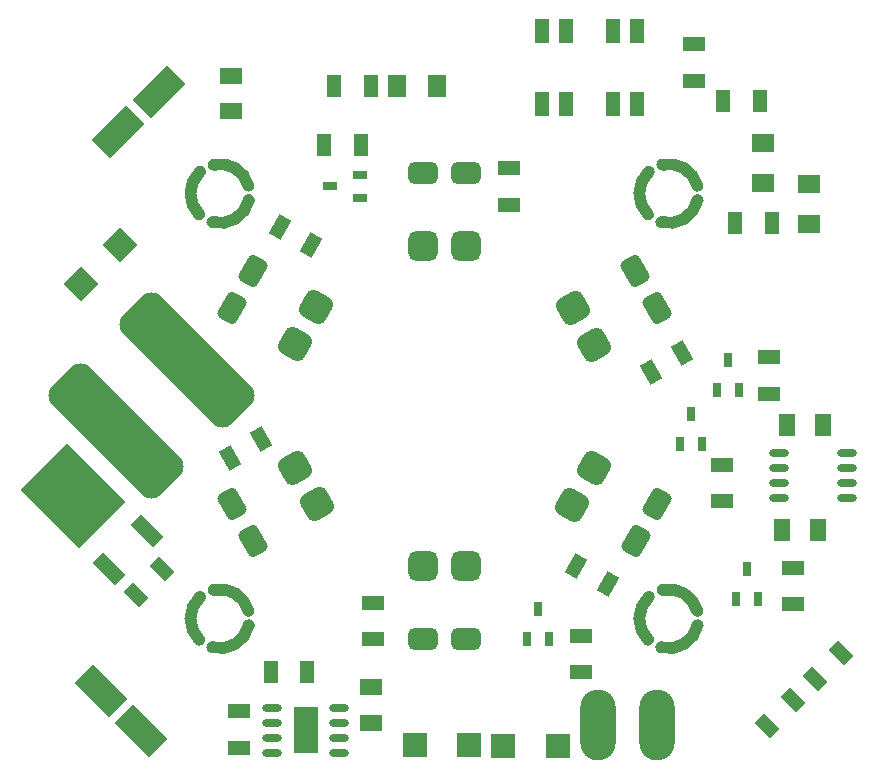
<source format=gbp>
G04*
G04 #@! TF.GenerationSoftware,Altium Limited,Altium Designer,19.1.9 (167)*
G04*
G04 Layer_Color=128*
%FSLAX44Y44*%
%MOMM*%
G71*
G01*
G75*
%ADD16R,1.1500X1.8500*%
%ADD18R,1.1500X0.7500*%
%ADD19R,1.8500X1.1500*%
%ADD20R,1.3500X1.9500*%
%ADD24R,0.7500X1.1500*%
%ADD25R,1.5500X1.8500*%
%ADD47C,1.0000*%
G04:AMPARAMS|DCode=59|XSize=2.2mm|YSize=4.15mm|CornerRadius=0mm|HoleSize=0mm|Usage=FLASHONLY|Rotation=45.000|XOffset=0mm|YOffset=0mm|HoleType=Round|Shape=Rectangle|*
%AMROTATEDRECTD59*
4,1,4,0.6894,-2.2451,-2.2451,0.6894,-0.6894,2.2451,2.2451,-0.6894,0.6894,-2.2451,0.0*
%
%ADD59ROTATEDRECTD59*%

G04:AMPARAMS|DCode=60|XSize=2.2mm|YSize=4.15mm|CornerRadius=0mm|HoleSize=0mm|Usage=FLASHONLY|Rotation=315.000|XOffset=0mm|YOffset=0mm|HoleType=Round|Shape=Rectangle|*
%AMROTATEDRECTD60*
4,1,4,-2.2451,-0.6894,0.6894,2.2451,2.2451,0.6894,-0.6894,-2.2451,-2.2451,-0.6894,0.0*
%
%ADD60ROTATEDRECTD60*%

G04:AMPARAMS|DCode=61|XSize=1.25mm|YSize=2.75mm|CornerRadius=0mm|HoleSize=0mm|Usage=FLASHONLY|Rotation=45.000|XOffset=0mm|YOffset=0mm|HoleType=Round|Shape=Rectangle|*
%AMROTATEDRECTD61*
4,1,4,0.5303,-1.4142,-1.4142,0.5303,-0.5303,1.4142,1.4142,-0.5303,0.5303,-1.4142,0.0*
%
%ADD61ROTATEDRECTD61*%

G04:AMPARAMS|DCode=62|XSize=5.55mm|YSize=7mm|CornerRadius=0mm|HoleSize=0mm|Usage=FLASHONLY|Rotation=45.000|XOffset=0mm|YOffset=0mm|HoleType=Round|Shape=Rectangle|*
%AMROTATEDRECTD62*
4,1,4,0.5127,-4.4371,-4.4371,0.5127,-0.5127,4.4371,4.4371,-0.5127,0.5127,-4.4371,0.0*
%
%ADD62ROTATEDRECTD62*%

%ADD63R,1.8500X1.5500*%
%ADD64R,1.2000X2.0000*%
%ADD65R,1.9500X1.3500*%
G04:AMPARAMS|DCode=66|XSize=2.5mm|YSize=1.8mm|CornerRadius=0.45mm|HoleSize=0mm|Usage=FLASHONLY|Rotation=180.000|XOffset=0mm|YOffset=0mm|HoleType=Round|Shape=RoundedRectangle|*
%AMROUNDEDRECTD66*
21,1,2.5000,0.9000,0,0,180.0*
21,1,1.6000,1.8000,0,0,180.0*
1,1,0.9000,-0.8000,0.4500*
1,1,0.9000,0.8000,0.4500*
1,1,0.9000,0.8000,-0.4500*
1,1,0.9000,-0.8000,-0.4500*
%
%ADD66ROUNDEDRECTD66*%
G04:AMPARAMS|DCode=67|XSize=2.5mm|YSize=1.8mm|CornerRadius=0.45mm|HoleSize=0mm|Usage=FLASHONLY|Rotation=240.000|XOffset=0mm|YOffset=0mm|HoleType=Round|Shape=RoundedRectangle|*
%AMROUNDEDRECTD67*
21,1,2.5000,0.9000,0,0,240.0*
21,1,1.6000,1.8000,0,0,240.0*
1,1,0.9000,-0.7897,-0.4678*
1,1,0.9000,0.0103,0.9178*
1,1,0.9000,0.7897,0.4678*
1,1,0.9000,-0.0103,-0.9178*
%
%ADD67ROUNDEDRECTD67*%
G04:AMPARAMS|DCode=68|XSize=2.5mm|YSize=1.8mm|CornerRadius=0.45mm|HoleSize=0mm|Usage=FLASHONLY|Rotation=300.000|XOffset=0mm|YOffset=0mm|HoleType=Round|Shape=RoundedRectangle|*
%AMROUNDEDRECTD68*
21,1,2.5000,0.9000,0,0,300.0*
21,1,1.6000,1.8000,0,0,300.0*
1,1,0.9000,0.0103,-0.9178*
1,1,0.9000,-0.7897,0.4678*
1,1,0.9000,-0.0103,0.9178*
1,1,0.9000,0.7897,-0.4678*
%
%ADD68ROUNDEDRECTD68*%
G04:AMPARAMS|DCode=69|XSize=1.85mm|YSize=1.15mm|CornerRadius=0mm|HoleSize=0mm|Usage=FLASHONLY|Rotation=315.000|XOffset=0mm|YOffset=0mm|HoleType=Round|Shape=Rectangle|*
%AMROTATEDRECTD69*
4,1,4,-1.0607,0.2475,-0.2475,1.0607,1.0607,-0.2475,0.2475,-1.0607,-1.0607,0.2475,0.0*
%
%ADD69ROTATEDRECTD69*%

%ADD70O,1.7000X0.6000*%
%ADD71R,2.0000X4.0000*%
G04:AMPARAMS|DCode=72|XSize=4.5mm|YSize=13mm|CornerRadius=1.125mm|HoleSize=0mm|Usage=FLASHONLY|Rotation=225.000|XOffset=0mm|YOffset=0mm|HoleType=Round|Shape=RoundedRectangle|*
%AMROUNDEDRECTD72*
21,1,4.5000,10.7500,0,0,225.0*
21,1,2.2500,13.0000,0,0,225.0*
1,1,2.2500,-4.5962,3.0052*
1,1,2.2500,-3.0052,4.5962*
1,1,2.2500,4.5962,-3.0052*
1,1,2.2500,3.0052,-4.5962*
%
%ADD72ROUNDEDRECTD72*%
G04:AMPARAMS|DCode=73|XSize=2.5mm|YSize=2.5mm|CornerRadius=0.625mm|HoleSize=0mm|Usage=FLASHONLY|Rotation=300.000|XOffset=0mm|YOffset=0mm|HoleType=Round|Shape=RoundedRectangle|*
%AMROUNDEDRECTD73*
21,1,2.5000,1.2500,0,0,300.0*
21,1,1.2500,2.5000,0,0,300.0*
1,1,1.2500,-0.2288,-0.8538*
1,1,1.2500,-0.8538,0.2288*
1,1,1.2500,0.2288,0.8538*
1,1,1.2500,0.8538,-0.2288*
%
%ADD73ROUNDEDRECTD73*%
G04:AMPARAMS|DCode=74|XSize=2.5mm|YSize=2.5mm|CornerRadius=0.625mm|HoleSize=0mm|Usage=FLASHONLY|Rotation=240.000|XOffset=0mm|YOffset=0mm|HoleType=Round|Shape=RoundedRectangle|*
%AMROUNDEDRECTD74*
21,1,2.5000,1.2500,0,0,240.0*
21,1,1.2500,2.5000,0,0,240.0*
1,1,1.2500,-0.8538,-0.2288*
1,1,1.2500,-0.2288,0.8538*
1,1,1.2500,0.8538,0.2288*
1,1,1.2500,0.2288,-0.8538*
%
%ADD74ROUNDEDRECTD74*%
G04:AMPARAMS|DCode=75|XSize=2.5mm|YSize=2.5mm|CornerRadius=0.625mm|HoleSize=0mm|Usage=FLASHONLY|Rotation=180.000|XOffset=0mm|YOffset=0mm|HoleType=Round|Shape=RoundedRectangle|*
%AMROUNDEDRECTD75*
21,1,2.5000,1.2500,0,0,180.0*
21,1,1.2500,2.5000,0,0,180.0*
1,1,1.2500,-0.6250,0.6250*
1,1,1.2500,0.6250,0.6250*
1,1,1.2500,0.6250,-0.6250*
1,1,1.2500,-0.6250,-0.6250*
%
%ADD75ROUNDEDRECTD75*%
G04:AMPARAMS|DCode=76|XSize=2.15mm|YSize=2.1mm|CornerRadius=0mm|HoleSize=0mm|Usage=FLASHONLY|Rotation=315.000|XOffset=0mm|YOffset=0mm|HoleType=Round|Shape=Rectangle|*
%AMROTATEDRECTD76*
4,1,4,-1.5026,0.0177,-0.0177,1.5026,1.5026,-0.0177,0.0177,-1.5026,-1.5026,0.0177,0.0*
%
%ADD76ROTATEDRECTD76*%

%ADD77R,2.1000X2.1500*%
G04:AMPARAMS|DCode=78|XSize=1.85mm|YSize=1.15mm|CornerRadius=0mm|HoleSize=0mm|Usage=FLASHONLY|Rotation=300.000|XOffset=0mm|YOffset=0mm|HoleType=Round|Shape=Rectangle|*
%AMROTATEDRECTD78*
4,1,4,-0.9605,0.5136,0.0355,1.0886,0.9605,-0.5136,-0.0355,-1.0886,-0.9605,0.5136,0.0*
%
%ADD78ROTATEDRECTD78*%

G04:AMPARAMS|DCode=79|XSize=1.85mm|YSize=1.15mm|CornerRadius=0mm|HoleSize=0mm|Usage=FLASHONLY|Rotation=60.000|XOffset=0mm|YOffset=0mm|HoleType=Round|Shape=Rectangle|*
%AMROTATEDRECTD79*
4,1,4,0.0355,-1.0886,-0.9605,-0.5136,-0.0355,1.0886,0.9605,0.5136,0.0355,-1.0886,0.0*
%
%ADD79ROTATEDRECTD79*%

%ADD80O,3.0000X6.0000*%
D16*
X246000Y155000D02*
D03*
X277000D02*
D03*
X-116000Y-225000D02*
D03*
X-147000D02*
D03*
X-70750Y220750D02*
D03*
X-101750D02*
D03*
X-93500Y271000D02*
D03*
X-62500D02*
D03*
X267000Y258000D02*
D03*
X236000D02*
D03*
D18*
X-96750Y186000D02*
D03*
X-71250Y176500D02*
D03*
Y195500D02*
D03*
D19*
X116000Y-194500D02*
D03*
Y-225500D02*
D03*
X295500Y-167750D02*
D03*
Y-136750D02*
D03*
X-174000Y-258500D02*
D03*
Y-289500D02*
D03*
X55000Y170500D02*
D03*
Y201500D02*
D03*
X-60000Y-197500D02*
D03*
Y-166500D02*
D03*
X275000Y10500D02*
D03*
X275000Y41500D02*
D03*
X235000Y-49500D02*
D03*
Y-80500D02*
D03*
X211000Y306500D02*
D03*
Y275500D02*
D03*
D20*
X290500Y-16000D02*
D03*
X320500Y-16000D02*
D03*
X316000Y-105000D02*
D03*
X286000D02*
D03*
D24*
X209000Y-6250D02*
D03*
X199500Y-31750D02*
D03*
X218500D02*
D03*
X240000Y38750D02*
D03*
X230500Y13250D02*
D03*
X249500Y13250D02*
D03*
X256000Y-137750D02*
D03*
X246500Y-163250D02*
D03*
X265500Y-163250D02*
D03*
X79500Y-171750D02*
D03*
X70000Y-197250D02*
D03*
X89000Y-197250D02*
D03*
D25*
X-40000Y271250D02*
D03*
X-6500D02*
D03*
D47*
X-196426Y155840D02*
G03*
X-165614Y174494I6426J24160D01*
G01*
X-206916Y198408D02*
G03*
X-207552Y162197I16916J-18408D01*
G01*
X-165887Y186599D02*
G03*
X-195371Y204416I-24113J-6599D01*
G01*
X183574Y155840D02*
G03*
X214386Y174494I6426J24160D01*
G01*
X173084Y198408D02*
G03*
X172448Y162197I16916J-18408D01*
G01*
X214113Y186599D02*
G03*
X184629Y204416I-24113J-6599D01*
G01*
X183574Y-204160D02*
G03*
X214386Y-185506I6426J24160D01*
G01*
X173084Y-161592D02*
G03*
X172448Y-197803I16916J-18408D01*
G01*
X214113Y-173401D02*
G03*
X184629Y-155584I-24113J-6599D01*
G01*
X-196426Y-204160D02*
G03*
X-165614Y-185506I6426J24160D01*
G01*
X-206916Y-161592D02*
G03*
X-207552Y-197803I16916J-18408D01*
G01*
X-165887Y-173401D02*
G03*
X-195371Y-155584I-24113J-6599D01*
G01*
D59*
X-290879Y-241506D02*
D03*
X-256938Y-275447D02*
D03*
D60*
X-242029Y265971D02*
D03*
X-275970Y232029D02*
D03*
D61*
X-251826Y-105930D02*
D03*
X-284070Y-138174D02*
D03*
D62*
X-314164Y-75835D02*
D03*
D63*
X309000Y154500D02*
D03*
Y188000D02*
D03*
X270000Y222500D02*
D03*
Y189000D02*
D03*
D64*
X103000Y256000D02*
D03*
X143000D02*
D03*
X83000D02*
D03*
X163000D02*
D03*
X83000Y318000D02*
D03*
X163000D02*
D03*
X103000D02*
D03*
X143000D02*
D03*
D65*
X-62000Y-238000D02*
D03*
Y-268000D02*
D03*
X-180250Y249500D02*
D03*
X-180250Y279500D02*
D03*
D66*
X18000Y-197250D02*
D03*
X-18000D02*
D03*
X-17750Y197250D02*
D03*
X18250D02*
D03*
D67*
X179921Y-82787D02*
D03*
X161921Y-113963D02*
D03*
X-179752Y83448D02*
D03*
X-161752Y114625D02*
D03*
D68*
X161671Y114463D02*
D03*
X179671Y83287D02*
D03*
X-161921Y-114463D02*
D03*
X-179921Y-83287D02*
D03*
D69*
X-239040Y-138040D02*
D03*
X-260960Y-159960D02*
D03*
X314040Y-230960D02*
D03*
X335960Y-209040D02*
D03*
X294960Y-249040D02*
D03*
X273040Y-270960D02*
D03*
D70*
X-89000Y-255300D02*
D03*
Y-268000D02*
D03*
Y-280700D02*
D03*
X-89000Y-293400D02*
D03*
X-146000Y-255300D02*
D03*
Y-268000D02*
D03*
Y-280700D02*
D03*
Y-293400D02*
D03*
X283500Y-78050D02*
D03*
Y-65350D02*
D03*
X283500Y-52650D02*
D03*
Y-39950D02*
D03*
X340500Y-78050D02*
D03*
Y-65350D02*
D03*
X340500Y-52650D02*
D03*
Y-39950D02*
D03*
D71*
X-117500Y-274350D02*
D03*
D72*
X-278052Y-21052D02*
D03*
X-217948Y39052D02*
D03*
D73*
X126669Y51912D02*
D03*
X108669Y83088D02*
D03*
X-126169Y-52059D02*
D03*
X-108169Y-83236D02*
D03*
D74*
X108347Y-83338D02*
D03*
X126347Y-52162D02*
D03*
X-108419Y83588D02*
D03*
X-126419Y52412D02*
D03*
D75*
X-18000Y-135250D02*
D03*
X18000D02*
D03*
Y135500D02*
D03*
X-18000D02*
D03*
D76*
X-307264Y103736D02*
D03*
X-274737Y136264D02*
D03*
D77*
X96000Y-288000D02*
D03*
X50000D02*
D03*
X21000Y-287000D02*
D03*
X-25000Y-287000D02*
D03*
D78*
X174577Y29250D02*
D03*
X201423Y44750D02*
D03*
X-181673Y-43750D02*
D03*
X-154827Y-28250D02*
D03*
D79*
X-112577Y136250D02*
D03*
X-139423Y151750D02*
D03*
X138423Y-150750D02*
D03*
X111577Y-135250D02*
D03*
D80*
X130000Y-270000D02*
D03*
X180000D02*
D03*
M02*

</source>
